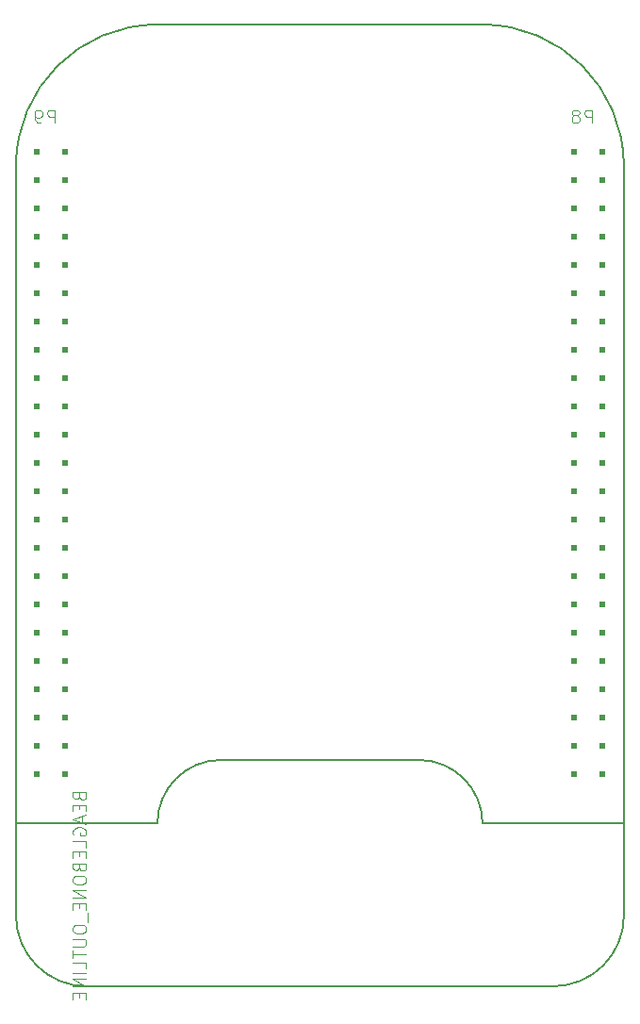
<source format=gbr>
G04 #@! TF.GenerationSoftware,KiCad,Pcbnew,(6.0.9)*
G04 #@! TF.CreationDate,2022-12-31T07:10:20+09:00*
G04 #@! TF.ProjectId,osso,6f73736f-2e6b-4696-9361-645f70636258,rev?*
G04 #@! TF.SameCoordinates,Original*
G04 #@! TF.FileFunction,AssemblyDrawing,Bot*
%FSLAX46Y46*%
G04 Gerber Fmt 4.6, Leading zero omitted, Abs format (unit mm)*
G04 Created by KiCad (PCBNEW (6.0.9)) date 2022-12-31 07:10:20*
%MOMM*%
%LPD*%
G01*
G04 APERTURE LIST*
%ADD10C,0.101600*%
%ADD11C,0.127000*%
G04 APERTURE END LIST*
D10*
X173925442Y-132568547D02*
X173981080Y-132735461D01*
X174036719Y-132791099D01*
X174147995Y-132846737D01*
X174314909Y-132846737D01*
X174426185Y-132791099D01*
X174481823Y-132735461D01*
X174537461Y-132624185D01*
X174537461Y-132179080D01*
X173369061Y-132179080D01*
X173369061Y-132568547D01*
X173424700Y-132679823D01*
X173480338Y-132735461D01*
X173591614Y-132791099D01*
X173702890Y-132791099D01*
X173814166Y-132735461D01*
X173869804Y-132679823D01*
X173925442Y-132568547D01*
X173925442Y-132179080D01*
X173925442Y-133347480D02*
X173925442Y-133736947D01*
X174537461Y-133903861D02*
X174537461Y-133347480D01*
X173369061Y-133347480D01*
X173369061Y-133903861D01*
X174203633Y-134348966D02*
X174203633Y-134905347D01*
X174537461Y-134237690D02*
X173369061Y-134627156D01*
X174537461Y-135016623D01*
X173424700Y-136018109D02*
X173369061Y-135906832D01*
X173369061Y-135739918D01*
X173424700Y-135573004D01*
X173535976Y-135461728D01*
X173647252Y-135406090D01*
X173869804Y-135350451D01*
X174036719Y-135350451D01*
X174259271Y-135406090D01*
X174370547Y-135461728D01*
X174481823Y-135573004D01*
X174537461Y-135739918D01*
X174537461Y-135851194D01*
X174481823Y-136018109D01*
X174426185Y-136073747D01*
X174036719Y-136073747D01*
X174036719Y-135851194D01*
X174537461Y-137130870D02*
X174537461Y-136574490D01*
X173369061Y-136574490D01*
X173925442Y-137520337D02*
X173925442Y-137909804D01*
X174537461Y-138076718D02*
X174537461Y-137520337D01*
X173369061Y-137520337D01*
X173369061Y-138076718D01*
X173925442Y-138966928D02*
X173981080Y-139133842D01*
X174036719Y-139189480D01*
X174147995Y-139245118D01*
X174314909Y-139245118D01*
X174426185Y-139189480D01*
X174481823Y-139133842D01*
X174537461Y-139022566D01*
X174537461Y-138577461D01*
X173369061Y-138577461D01*
X173369061Y-138966928D01*
X173424700Y-139078204D01*
X173480338Y-139133842D01*
X173591614Y-139189480D01*
X173702890Y-139189480D01*
X173814166Y-139133842D01*
X173869804Y-139078204D01*
X173925442Y-138966928D01*
X173925442Y-138577461D01*
X173369061Y-139968413D02*
X173369061Y-140190966D01*
X173424700Y-140302242D01*
X173535976Y-140413518D01*
X173758528Y-140469156D01*
X174147995Y-140469156D01*
X174370547Y-140413518D01*
X174481823Y-140302242D01*
X174537461Y-140190966D01*
X174537461Y-139968413D01*
X174481823Y-139857137D01*
X174370547Y-139745861D01*
X174147995Y-139690223D01*
X173758528Y-139690223D01*
X173535976Y-139745861D01*
X173424700Y-139857137D01*
X173369061Y-139968413D01*
X174537461Y-140969899D02*
X173369061Y-140969899D01*
X174537461Y-141637556D01*
X173369061Y-141637556D01*
X173925442Y-142193937D02*
X173925442Y-142583404D01*
X174537461Y-142750318D02*
X174537461Y-142193937D01*
X173369061Y-142193937D01*
X173369061Y-142750318D01*
X174648738Y-142972870D02*
X174648738Y-143863080D01*
X173369061Y-144363823D02*
X173369061Y-144586375D01*
X173424700Y-144697651D01*
X173535976Y-144808928D01*
X173758528Y-144864566D01*
X174147995Y-144864566D01*
X174370547Y-144808928D01*
X174481823Y-144697651D01*
X174537461Y-144586375D01*
X174537461Y-144363823D01*
X174481823Y-144252547D01*
X174370547Y-144141270D01*
X174147995Y-144085632D01*
X173758528Y-144085632D01*
X173535976Y-144141270D01*
X173424700Y-144252547D01*
X173369061Y-144363823D01*
X173369061Y-145365309D02*
X174314909Y-145365309D01*
X174426185Y-145420947D01*
X174481823Y-145476585D01*
X174537461Y-145587861D01*
X174537461Y-145810413D01*
X174481823Y-145921690D01*
X174426185Y-145977328D01*
X174314909Y-146032966D01*
X173369061Y-146032966D01*
X173369061Y-146422432D02*
X173369061Y-147090090D01*
X174537461Y-146756261D02*
X173369061Y-146756261D01*
X174537461Y-148035937D02*
X174537461Y-147479556D01*
X173369061Y-147479556D01*
X174537461Y-148425404D02*
X173369061Y-148425404D01*
X174537461Y-148981785D02*
X173369061Y-148981785D01*
X174537461Y-149649442D01*
X173369061Y-149649442D01*
X173925442Y-150205823D02*
X173925442Y-150595290D01*
X174537461Y-150762204D02*
X174537461Y-150205823D01*
X173369061Y-150205823D01*
X173369061Y-150762204D01*
X171708869Y-72089211D02*
X171708869Y-70920811D01*
X171263764Y-70920811D01*
X171152488Y-70976450D01*
X171096850Y-71032088D01*
X171041212Y-71143364D01*
X171041212Y-71310278D01*
X171096850Y-71421554D01*
X171152488Y-71477192D01*
X171263764Y-71532830D01*
X171708869Y-71532830D01*
X170484831Y-72089211D02*
X170262279Y-72089211D01*
X170151002Y-72033573D01*
X170095364Y-71977935D01*
X169984088Y-71811021D01*
X169928450Y-71588469D01*
X169928450Y-71143364D01*
X169984088Y-71032088D01*
X170039726Y-70976450D01*
X170151002Y-70920811D01*
X170373555Y-70920811D01*
X170484831Y-70976450D01*
X170540469Y-71032088D01*
X170596107Y-71143364D01*
X170596107Y-71421554D01*
X170540469Y-71532830D01*
X170484831Y-71588469D01*
X170373555Y-71644107D01*
X170151002Y-71644107D01*
X170039726Y-71588469D01*
X169984088Y-71532830D01*
X169928450Y-71421554D01*
X219968869Y-72089211D02*
X219968869Y-70920811D01*
X219523764Y-70920811D01*
X219412488Y-70976450D01*
X219356850Y-71032088D01*
X219301212Y-71143364D01*
X219301212Y-71310278D01*
X219356850Y-71421554D01*
X219412488Y-71477192D01*
X219523764Y-71532830D01*
X219968869Y-71532830D01*
X218633555Y-71421554D02*
X218744831Y-71365916D01*
X218800469Y-71310278D01*
X218856107Y-71199002D01*
X218856107Y-71143364D01*
X218800469Y-71032088D01*
X218744831Y-70976450D01*
X218633555Y-70920811D01*
X218411002Y-70920811D01*
X218299726Y-70976450D01*
X218244088Y-71032088D01*
X218188450Y-71143364D01*
X218188450Y-71199002D01*
X218244088Y-71310278D01*
X218299726Y-71365916D01*
X218411002Y-71421554D01*
X218633555Y-71421554D01*
X218744831Y-71477192D01*
X218800469Y-71532830D01*
X218856107Y-71644107D01*
X218856107Y-71866659D01*
X218800469Y-71977935D01*
X218744831Y-72033573D01*
X218633555Y-72089211D01*
X218411002Y-72089211D01*
X218299726Y-72033573D01*
X218244088Y-71977935D01*
X218188450Y-71866659D01*
X218188450Y-71644107D01*
X218244088Y-71532830D01*
X218299726Y-71477192D01*
X218411002Y-71421554D01*
D11*
X210153100Y-63254850D02*
X180943100Y-63254850D01*
X216503100Y-149614850D02*
X174593100Y-149614850D01*
X204438100Y-129294850D02*
X186658100Y-129294850D01*
X180943100Y-135009850D02*
X168243100Y-135009850D01*
X222853100Y-135009850D02*
X210153100Y-135009850D01*
X168243100Y-135009850D02*
X168243100Y-143264850D01*
X168243100Y-75954850D02*
X168243100Y-135009850D01*
X222853100Y-135009850D02*
X222853100Y-143264850D01*
X222853100Y-75954850D02*
X222853100Y-135009850D01*
X180943100Y-63254850D02*
G75*
G03*
X168243100Y-75954850I0J-12700000D01*
G01*
X216503100Y-149614850D02*
G75*
G03*
X222853100Y-143264850I0J6350000D01*
G01*
X186658100Y-129294850D02*
G75*
G03*
X180943100Y-135009850I0J-5715000D01*
G01*
X168243100Y-143264850D02*
G75*
G03*
X174593100Y-149614850I6350000J0D01*
G01*
X222853100Y-75954850D02*
G75*
G03*
X210153100Y-63254850I-12700000J0D01*
G01*
X210153100Y-135009850D02*
G75*
G03*
X204438100Y-129294850I-5715000J0D01*
G01*
G36*
X221202100Y-110498850D02*
G01*
X220694100Y-110498850D01*
X220694100Y-109990850D01*
X221202100Y-109990850D01*
X221202100Y-110498850D01*
G37*
G36*
X172942100Y-95258850D02*
G01*
X172434100Y-95258850D01*
X172434100Y-94750850D01*
X172942100Y-94750850D01*
X172942100Y-95258850D01*
G37*
G36*
X172942100Y-97798850D02*
G01*
X172434100Y-97798850D01*
X172434100Y-97290850D01*
X172942100Y-97290850D01*
X172942100Y-97798850D01*
G37*
G36*
X172942100Y-125738850D02*
G01*
X172434100Y-125738850D01*
X172434100Y-125230850D01*
X172942100Y-125230850D01*
X172942100Y-125738850D01*
G37*
G36*
X218662100Y-92718850D02*
G01*
X218154100Y-92718850D01*
X218154100Y-92210850D01*
X218662100Y-92210850D01*
X218662100Y-92718850D01*
G37*
G36*
X170402100Y-118118850D02*
G01*
X169894100Y-118118850D01*
X169894100Y-117610850D01*
X170402100Y-117610850D01*
X170402100Y-118118850D01*
G37*
G36*
X221202100Y-74938850D02*
G01*
X220694100Y-74938850D01*
X220694100Y-74430850D01*
X221202100Y-74430850D01*
X221202100Y-74938850D01*
G37*
G36*
X172942100Y-100338850D02*
G01*
X172434100Y-100338850D01*
X172434100Y-99830850D01*
X172942100Y-99830850D01*
X172942100Y-100338850D01*
G37*
G36*
X170402100Y-92718850D02*
G01*
X169894100Y-92718850D01*
X169894100Y-92210850D01*
X170402100Y-92210850D01*
X170402100Y-92718850D01*
G37*
G36*
X172942100Y-128278850D02*
G01*
X172434100Y-128278850D01*
X172434100Y-127770850D01*
X172942100Y-127770850D01*
X172942100Y-128278850D01*
G37*
G36*
X221202100Y-115578850D02*
G01*
X220694100Y-115578850D01*
X220694100Y-115070850D01*
X221202100Y-115070850D01*
X221202100Y-115578850D01*
G37*
G36*
X172942100Y-77478850D02*
G01*
X172434100Y-77478850D01*
X172434100Y-76970850D01*
X172942100Y-76970850D01*
X172942100Y-77478850D01*
G37*
G36*
X170402100Y-105418850D02*
G01*
X169894100Y-105418850D01*
X169894100Y-104910850D01*
X170402100Y-104910850D01*
X170402100Y-105418850D01*
G37*
G36*
X172942100Y-87638850D02*
G01*
X172434100Y-87638850D01*
X172434100Y-87130850D01*
X172942100Y-87130850D01*
X172942100Y-87638850D01*
G37*
G36*
X170402100Y-107958850D02*
G01*
X169894100Y-107958850D01*
X169894100Y-107450850D01*
X170402100Y-107450850D01*
X170402100Y-107958850D01*
G37*
G36*
X221202100Y-80018850D02*
G01*
X220694100Y-80018850D01*
X220694100Y-79510850D01*
X221202100Y-79510850D01*
X221202100Y-80018850D01*
G37*
G36*
X170402100Y-90178850D02*
G01*
X169894100Y-90178850D01*
X169894100Y-89670850D01*
X170402100Y-89670850D01*
X170402100Y-90178850D01*
G37*
G36*
X218662100Y-128278850D02*
G01*
X218154100Y-128278850D01*
X218154100Y-127770850D01*
X218662100Y-127770850D01*
X218662100Y-128278850D01*
G37*
G36*
X221202100Y-87638850D02*
G01*
X220694100Y-87638850D01*
X220694100Y-87130850D01*
X221202100Y-87130850D01*
X221202100Y-87638850D01*
G37*
G36*
X218662100Y-74938850D02*
G01*
X218154100Y-74938850D01*
X218154100Y-74430850D01*
X218662100Y-74430850D01*
X218662100Y-74938850D01*
G37*
G36*
X218662100Y-87638850D02*
G01*
X218154100Y-87638850D01*
X218154100Y-87130850D01*
X218662100Y-87130850D01*
X218662100Y-87638850D01*
G37*
G36*
X170402100Y-82558850D02*
G01*
X169894100Y-82558850D01*
X169894100Y-82050850D01*
X170402100Y-82050850D01*
X170402100Y-82558850D01*
G37*
G36*
X170402100Y-85098850D02*
G01*
X169894100Y-85098850D01*
X169894100Y-84590850D01*
X170402100Y-84590850D01*
X170402100Y-85098850D01*
G37*
G36*
X218662100Y-105418850D02*
G01*
X218154100Y-105418850D01*
X218154100Y-104910850D01*
X218662100Y-104910850D01*
X218662100Y-105418850D01*
G37*
G36*
X221202100Y-118118850D02*
G01*
X220694100Y-118118850D01*
X220694100Y-117610850D01*
X221202100Y-117610850D01*
X221202100Y-118118850D01*
G37*
G36*
X218662100Y-102878850D02*
G01*
X218154100Y-102878850D01*
X218154100Y-102370850D01*
X218662100Y-102370850D01*
X218662100Y-102878850D01*
G37*
G36*
X218662100Y-80018850D02*
G01*
X218154100Y-80018850D01*
X218154100Y-79510850D01*
X218662100Y-79510850D01*
X218662100Y-80018850D01*
G37*
G36*
X221202100Y-85098850D02*
G01*
X220694100Y-85098850D01*
X220694100Y-84590850D01*
X221202100Y-84590850D01*
X221202100Y-85098850D01*
G37*
G36*
X221202100Y-102878850D02*
G01*
X220694100Y-102878850D01*
X220694100Y-102370850D01*
X221202100Y-102370850D01*
X221202100Y-102878850D01*
G37*
G36*
X221202100Y-107958850D02*
G01*
X220694100Y-107958850D01*
X220694100Y-107450850D01*
X221202100Y-107450850D01*
X221202100Y-107958850D01*
G37*
G36*
X172942100Y-130818850D02*
G01*
X172434100Y-130818850D01*
X172434100Y-130310850D01*
X172942100Y-130310850D01*
X172942100Y-130818850D01*
G37*
G36*
X170402100Y-130818850D02*
G01*
X169894100Y-130818850D01*
X169894100Y-130310850D01*
X170402100Y-130310850D01*
X170402100Y-130818850D01*
G37*
G36*
X172942100Y-113038850D02*
G01*
X172434100Y-113038850D01*
X172434100Y-112530850D01*
X172942100Y-112530850D01*
X172942100Y-113038850D01*
G37*
G36*
X221202100Y-125738850D02*
G01*
X220694100Y-125738850D01*
X220694100Y-125230850D01*
X221202100Y-125230850D01*
X221202100Y-125738850D01*
G37*
G36*
X221202100Y-92718850D02*
G01*
X220694100Y-92718850D01*
X220694100Y-92210850D01*
X221202100Y-92210850D01*
X221202100Y-92718850D01*
G37*
G36*
X170402100Y-102878850D02*
G01*
X169894100Y-102878850D01*
X169894100Y-102370850D01*
X170402100Y-102370850D01*
X170402100Y-102878850D01*
G37*
G36*
X218662100Y-77478850D02*
G01*
X218154100Y-77478850D01*
X218154100Y-76970850D01*
X218662100Y-76970850D01*
X218662100Y-77478850D01*
G37*
G36*
X172942100Y-118118850D02*
G01*
X172434100Y-118118850D01*
X172434100Y-117610850D01*
X172942100Y-117610850D01*
X172942100Y-118118850D01*
G37*
G36*
X221202100Y-113038850D02*
G01*
X220694100Y-113038850D01*
X220694100Y-112530850D01*
X221202100Y-112530850D01*
X221202100Y-113038850D01*
G37*
G36*
X172942100Y-105418850D02*
G01*
X172434100Y-105418850D01*
X172434100Y-104910850D01*
X172942100Y-104910850D01*
X172942100Y-105418850D01*
G37*
G36*
X172942100Y-123198850D02*
G01*
X172434100Y-123198850D01*
X172434100Y-122690850D01*
X172942100Y-122690850D01*
X172942100Y-123198850D01*
G37*
G36*
X221202100Y-82558850D02*
G01*
X220694100Y-82558850D01*
X220694100Y-82050850D01*
X221202100Y-82050850D01*
X221202100Y-82558850D01*
G37*
G36*
X172942100Y-102878850D02*
G01*
X172434100Y-102878850D01*
X172434100Y-102370850D01*
X172942100Y-102370850D01*
X172942100Y-102878850D01*
G37*
G36*
X170402100Y-125738850D02*
G01*
X169894100Y-125738850D01*
X169894100Y-125230850D01*
X170402100Y-125230850D01*
X170402100Y-125738850D01*
G37*
G36*
X170402100Y-123198850D02*
G01*
X169894100Y-123198850D01*
X169894100Y-122690850D01*
X170402100Y-122690850D01*
X170402100Y-123198850D01*
G37*
G36*
X218662100Y-130818850D02*
G01*
X218154100Y-130818850D01*
X218154100Y-130310850D01*
X218662100Y-130310850D01*
X218662100Y-130818850D01*
G37*
G36*
X172942100Y-115578850D02*
G01*
X172434100Y-115578850D01*
X172434100Y-115070850D01*
X172942100Y-115070850D01*
X172942100Y-115578850D01*
G37*
G36*
X218662100Y-118118850D02*
G01*
X218154100Y-118118850D01*
X218154100Y-117610850D01*
X218662100Y-117610850D01*
X218662100Y-118118850D01*
G37*
G36*
X221202100Y-130818850D02*
G01*
X220694100Y-130818850D01*
X220694100Y-130310850D01*
X221202100Y-130310850D01*
X221202100Y-130818850D01*
G37*
G36*
X218662100Y-90178850D02*
G01*
X218154100Y-90178850D01*
X218154100Y-89670850D01*
X218662100Y-89670850D01*
X218662100Y-90178850D01*
G37*
G36*
X218662100Y-100338850D02*
G01*
X218154100Y-100338850D01*
X218154100Y-99830850D01*
X218662100Y-99830850D01*
X218662100Y-100338850D01*
G37*
G36*
X170402100Y-100338850D02*
G01*
X169894100Y-100338850D01*
X169894100Y-99830850D01*
X170402100Y-99830850D01*
X170402100Y-100338850D01*
G37*
G36*
X218662100Y-120658850D02*
G01*
X218154100Y-120658850D01*
X218154100Y-120150850D01*
X218662100Y-120150850D01*
X218662100Y-120658850D01*
G37*
G36*
X172942100Y-80018850D02*
G01*
X172434100Y-80018850D01*
X172434100Y-79510850D01*
X172942100Y-79510850D01*
X172942100Y-80018850D01*
G37*
G36*
X172942100Y-120658850D02*
G01*
X172434100Y-120658850D01*
X172434100Y-120150850D01*
X172942100Y-120150850D01*
X172942100Y-120658850D01*
G37*
G36*
X218662100Y-85098850D02*
G01*
X218154100Y-85098850D01*
X218154100Y-84590850D01*
X218662100Y-84590850D01*
X218662100Y-85098850D01*
G37*
G36*
X218662100Y-107958850D02*
G01*
X218154100Y-107958850D01*
X218154100Y-107450850D01*
X218662100Y-107450850D01*
X218662100Y-107958850D01*
G37*
G36*
X170402100Y-80018850D02*
G01*
X169894100Y-80018850D01*
X169894100Y-79510850D01*
X170402100Y-79510850D01*
X170402100Y-80018850D01*
G37*
G36*
X172942100Y-85098850D02*
G01*
X172434100Y-85098850D01*
X172434100Y-84590850D01*
X172942100Y-84590850D01*
X172942100Y-85098850D01*
G37*
G36*
X221202100Y-90178850D02*
G01*
X220694100Y-90178850D01*
X220694100Y-89670850D01*
X221202100Y-89670850D01*
X221202100Y-90178850D01*
G37*
G36*
X172942100Y-107958850D02*
G01*
X172434100Y-107958850D01*
X172434100Y-107450850D01*
X172942100Y-107450850D01*
X172942100Y-107958850D01*
G37*
G36*
X170402100Y-113038850D02*
G01*
X169894100Y-113038850D01*
X169894100Y-112530850D01*
X170402100Y-112530850D01*
X170402100Y-113038850D01*
G37*
G36*
X221202100Y-97798850D02*
G01*
X220694100Y-97798850D01*
X220694100Y-97290850D01*
X221202100Y-97290850D01*
X221202100Y-97798850D01*
G37*
G36*
X170402100Y-128278850D02*
G01*
X169894100Y-128278850D01*
X169894100Y-127770850D01*
X170402100Y-127770850D01*
X170402100Y-128278850D01*
G37*
G36*
X170402100Y-115578850D02*
G01*
X169894100Y-115578850D01*
X169894100Y-115070850D01*
X170402100Y-115070850D01*
X170402100Y-115578850D01*
G37*
G36*
X218662100Y-110498850D02*
G01*
X218154100Y-110498850D01*
X218154100Y-109990850D01*
X218662100Y-109990850D01*
X218662100Y-110498850D01*
G37*
G36*
X172942100Y-74938850D02*
G01*
X172434100Y-74938850D01*
X172434100Y-74430850D01*
X172942100Y-74430850D01*
X172942100Y-74938850D01*
G37*
G36*
X170402100Y-97798850D02*
G01*
X169894100Y-97798850D01*
X169894100Y-97290850D01*
X170402100Y-97290850D01*
X170402100Y-97798850D01*
G37*
G36*
X218662100Y-97798850D02*
G01*
X218154100Y-97798850D01*
X218154100Y-97290850D01*
X218662100Y-97290850D01*
X218662100Y-97798850D01*
G37*
G36*
X172942100Y-82558850D02*
G01*
X172434100Y-82558850D01*
X172434100Y-82050850D01*
X172942100Y-82050850D01*
X172942100Y-82558850D01*
G37*
G36*
X221202100Y-95258850D02*
G01*
X220694100Y-95258850D01*
X220694100Y-94750850D01*
X221202100Y-94750850D01*
X221202100Y-95258850D01*
G37*
G36*
X170402100Y-120658850D02*
G01*
X169894100Y-120658850D01*
X169894100Y-120150850D01*
X170402100Y-120150850D01*
X170402100Y-120658850D01*
G37*
G36*
X218662100Y-123198850D02*
G01*
X218154100Y-123198850D01*
X218154100Y-122690850D01*
X218662100Y-122690850D01*
X218662100Y-123198850D01*
G37*
G36*
X170402100Y-110498850D02*
G01*
X169894100Y-110498850D01*
X169894100Y-109990850D01*
X170402100Y-109990850D01*
X170402100Y-110498850D01*
G37*
G36*
X218662100Y-95258850D02*
G01*
X218154100Y-95258850D01*
X218154100Y-94750850D01*
X218662100Y-94750850D01*
X218662100Y-95258850D01*
G37*
G36*
X221202100Y-105418850D02*
G01*
X220694100Y-105418850D01*
X220694100Y-104910850D01*
X221202100Y-104910850D01*
X221202100Y-105418850D01*
G37*
G36*
X221202100Y-123198850D02*
G01*
X220694100Y-123198850D01*
X220694100Y-122690850D01*
X221202100Y-122690850D01*
X221202100Y-123198850D01*
G37*
G36*
X172942100Y-110498850D02*
G01*
X172434100Y-110498850D01*
X172434100Y-109990850D01*
X172942100Y-109990850D01*
X172942100Y-110498850D01*
G37*
G36*
X221202100Y-100338850D02*
G01*
X220694100Y-100338850D01*
X220694100Y-99830850D01*
X221202100Y-99830850D01*
X221202100Y-100338850D01*
G37*
G36*
X218662100Y-82558850D02*
G01*
X218154100Y-82558850D01*
X218154100Y-82050850D01*
X218662100Y-82050850D01*
X218662100Y-82558850D01*
G37*
G36*
X221202100Y-120658850D02*
G01*
X220694100Y-120658850D01*
X220694100Y-120150850D01*
X221202100Y-120150850D01*
X221202100Y-120658850D01*
G37*
G36*
X218662100Y-125738850D02*
G01*
X218154100Y-125738850D01*
X218154100Y-125230850D01*
X218662100Y-125230850D01*
X218662100Y-125738850D01*
G37*
G36*
X218662100Y-113038850D02*
G01*
X218154100Y-113038850D01*
X218154100Y-112530850D01*
X218662100Y-112530850D01*
X218662100Y-113038850D01*
G37*
G36*
X221202100Y-77478850D02*
G01*
X220694100Y-77478850D01*
X220694100Y-76970850D01*
X221202100Y-76970850D01*
X221202100Y-77478850D01*
G37*
G36*
X221202100Y-128278850D02*
G01*
X220694100Y-128278850D01*
X220694100Y-127770850D01*
X221202100Y-127770850D01*
X221202100Y-128278850D01*
G37*
G36*
X172942100Y-92718850D02*
G01*
X172434100Y-92718850D01*
X172434100Y-92210850D01*
X172942100Y-92210850D01*
X172942100Y-92718850D01*
G37*
G36*
X170402100Y-77478850D02*
G01*
X169894100Y-77478850D01*
X169894100Y-76970850D01*
X170402100Y-76970850D01*
X170402100Y-77478850D01*
G37*
G36*
X218662100Y-115578850D02*
G01*
X218154100Y-115578850D01*
X218154100Y-115070850D01*
X218662100Y-115070850D01*
X218662100Y-115578850D01*
G37*
G36*
X170402100Y-95258850D02*
G01*
X169894100Y-95258850D01*
X169894100Y-94750850D01*
X170402100Y-94750850D01*
X170402100Y-95258850D01*
G37*
G36*
X170402100Y-87638850D02*
G01*
X169894100Y-87638850D01*
X169894100Y-87130850D01*
X170402100Y-87130850D01*
X170402100Y-87638850D01*
G37*
G36*
X170402100Y-74938850D02*
G01*
X169894100Y-74938850D01*
X169894100Y-74430850D01*
X170402100Y-74430850D01*
X170402100Y-74938850D01*
G37*
G36*
X172942100Y-90178850D02*
G01*
X172434100Y-90178850D01*
X172434100Y-89670850D01*
X172942100Y-89670850D01*
X172942100Y-90178850D01*
G37*
M02*

</source>
